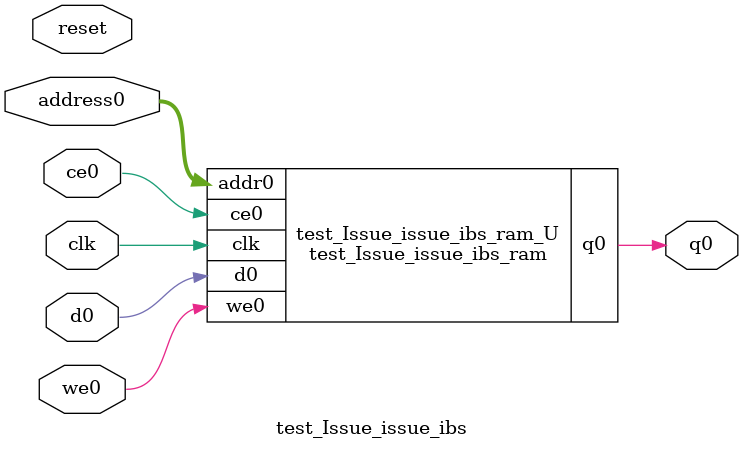
<source format=v>

`timescale 1 ns / 1 ps
module test_Issue_issue_ibs_ram (addr0, ce0, d0, we0, q0,  clk);

parameter DWIDTH = 1;
parameter AWIDTH = 3;
parameter MEM_SIZE = 5;

input[AWIDTH-1:0] addr0;
input ce0;
input[DWIDTH-1:0] d0;
input we0;
output reg[DWIDTH-1:0] q0;
input clk;

(* ram_style = "distributed" *)reg [DWIDTH-1:0] ram[0:MEM_SIZE-1];




always @(posedge clk)  
begin 
    if (ce0) 
    begin
        if (we0) 
        begin 
            ram[addr0] <= d0; 
            q0 <= d0;
        end 
        else 
            q0 <= ram[addr0];
    end
end


endmodule


`timescale 1 ns / 1 ps
module test_Issue_issue_ibs(
    reset,
    clk,
    address0,
    ce0,
    we0,
    d0,
    q0);

parameter DataWidth = 32'd1;
parameter AddressRange = 32'd5;
parameter AddressWidth = 32'd3;
input reset;
input clk;
input[AddressWidth - 1:0] address0;
input ce0;
input we0;
input[DataWidth - 1:0] d0;
output[DataWidth - 1:0] q0;



test_Issue_issue_ibs_ram test_Issue_issue_ibs_ram_U(
    .clk( clk ),
    .addr0( address0 ),
    .ce0( ce0 ),
    .we0( we0 ),
    .d0( d0 ),
    .q0( q0 ));

endmodule


</source>
